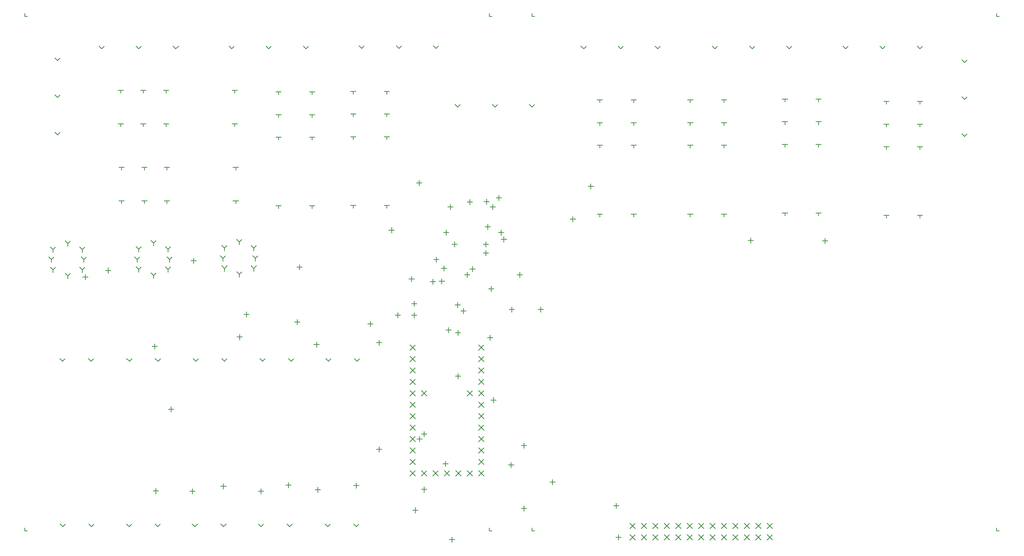
<source format=gbr>
G04 DipTrace 2.2.9.0 beta*
%INThrough.gbr*%
%MOIN*%
G04 Drill Symbols*
G04 D=0.0276 - Cross*
G04 D=0.0354 - X*
G04 D=0.0394 - Y*
G04 D=0.0512 - T*
G04 D=0.0827 - V*
G04 D=0.09 - Clock*
%ADD10C,0.008*%
%FSLAX44Y44*%
G04*
G70*
G90*
G75*
G01*
X7809Y40051D2*
D10*
X8044Y39816D1*
X8279Y40051D1*
X7809Y43299D2*
X8044Y43064D1*
X8279Y43299D1*
X7809Y46547D2*
X8044Y46312D1*
X8279Y46547D1*
X34022Y20235D2*
X34257Y20000D1*
X34492Y20235D1*
X31522D2*
X31757Y20000D1*
X31992Y20235D1*
X28241D2*
X28476Y20000D1*
X28711Y20235D1*
X25741D2*
X25976Y20000D1*
X26211Y20235D1*
X22427D2*
X22662Y20000D1*
X22897Y20235D1*
X19927D2*
X20162Y20000D1*
X20397Y20235D1*
X16599D2*
X16834Y20000D1*
X17069Y20235D1*
X14099D2*
X14334Y20000D1*
X14569Y20235D1*
X10757D2*
X10992Y20000D1*
X11227Y20235D1*
X8257D2*
X8492Y20000D1*
X8727Y20235D1*
X31442Y5785D2*
X31677Y5550D1*
X31912Y5785D1*
X33942D2*
X34177Y5550D1*
X34412Y5785D1*
X25628D2*
X25863Y5550D1*
X26098Y5785D1*
X28128D2*
X28363Y5550D1*
X28598Y5785D1*
X19831D2*
X20066Y5550D1*
X20301Y5785D1*
X22331D2*
X22566Y5550D1*
X22801Y5785D1*
X14075D2*
X14310Y5550D1*
X14545Y5785D1*
X16575D2*
X16810Y5550D1*
X17045Y5785D1*
X8283D2*
X8518Y5550D1*
X8753Y5785D1*
X10783D2*
X11018Y5550D1*
X11253Y5785D1*
X49315Y42470D2*
X49550Y42235D1*
X49785Y42470D1*
X46067D2*
X46302Y42235D1*
X46537Y42470D1*
X42819D2*
X43054Y42235D1*
X43289Y42470D1*
X9985Y30021D2*
X10220Y29786D1*
X10455Y30021D1*
X10220Y29786D2*
Y29551D1*
X8705Y30552D2*
X8940Y30317D1*
X9175Y30552D1*
X8940Y30317D2*
Y30082D1*
X7425Y30021D2*
X7660Y29786D1*
X7895Y30021D1*
X7660Y29786D2*
Y29551D1*
X7425Y28249D2*
X7660Y28014D1*
X7895Y28249D1*
X7660Y28014D2*
Y27779D1*
X8705Y27718D2*
X8940Y27483D1*
X9175Y27718D1*
X8940Y27483D2*
Y27248D1*
X9985Y28249D2*
X10220Y28014D1*
X10455Y28249D1*
X10220Y28014D2*
Y27779D1*
X10122Y29135D2*
X10357Y28900D1*
X10592Y29135D1*
X10357Y28900D2*
Y28665D1*
X7288Y29135D2*
X7523Y28900D1*
X7758Y29135D1*
X7523Y28900D2*
Y28665D1*
X17485Y30041D2*
X17720Y29806D1*
X17955Y30041D1*
X17720Y29806D2*
Y29571D1*
X16205Y30572D2*
X16440Y30337D1*
X16675Y30572D1*
X16440Y30337D2*
Y30102D1*
X14925Y30041D2*
X15160Y29806D1*
X15395Y30041D1*
X15160Y29806D2*
Y29571D1*
X14925Y28269D2*
X15160Y28034D1*
X15395Y28269D1*
X15160Y28034D2*
Y27799D1*
X16205Y27738D2*
X16440Y27503D1*
X16675Y27738D1*
X16440Y27503D2*
Y27268D1*
X17485Y28269D2*
X17720Y28034D1*
X17955Y28269D1*
X17720Y28034D2*
Y27799D1*
X17622Y29155D2*
X17857Y28920D1*
X18092Y29155D1*
X17857Y28920D2*
Y28685D1*
X14788Y29155D2*
X15023Y28920D1*
X15258Y29155D1*
X15023Y28920D2*
Y28685D1*
X22425Y28359D2*
X22660Y28124D1*
X22895Y28359D1*
X22660Y28124D2*
Y27889D1*
X23705Y27828D2*
X23940Y27593D1*
X24175Y27828D1*
X23940Y27593D2*
Y27358D1*
X24985Y28359D2*
X25220Y28124D1*
X25455Y28359D1*
X25220Y28124D2*
Y27889D1*
X24985Y30131D2*
X25220Y29896D1*
X25455Y30131D1*
X25220Y29896D2*
Y29661D1*
X23705Y30662D2*
X23940Y30427D1*
X24175Y30662D1*
X23940Y30427D2*
Y30192D1*
X22425Y30131D2*
X22660Y29896D1*
X22895Y30131D1*
X22660Y29896D2*
Y29661D1*
X22288Y29245D2*
X22523Y29010D1*
X22758Y29245D1*
X22523Y29010D2*
Y28775D1*
X25122Y29245D2*
X25357Y29010D1*
X25592Y29245D1*
X25357Y29010D2*
Y28775D1*
X23400Y34029D2*
X23870D1*
X23635D2*
Y33794D1*
X23400Y36981D2*
X23870D1*
X23635D2*
Y36746D1*
X17392Y34029D2*
X17862D1*
X17627D2*
Y33794D1*
X15408Y34029D2*
X15878D1*
X15643D2*
Y33794D1*
X13424Y34029D2*
X13894D1*
X13659D2*
Y33794D1*
X17392Y36981D2*
X17862D1*
X17627D2*
Y36746D1*
X15408Y36981D2*
X15878D1*
X15643D2*
Y36746D1*
X13424Y36981D2*
X13894D1*
X13659D2*
Y36746D1*
X38892Y21450D2*
X39362Y20980D1*
Y21450D2*
X38892Y20980D1*
Y20450D2*
X39362Y19980D1*
Y20450D2*
X38892Y19980D1*
Y19450D2*
X39362Y18980D1*
Y19450D2*
X38892Y18980D1*
Y18450D2*
X39362Y17980D1*
Y18450D2*
X38892Y17980D1*
Y17450D2*
X39362Y16980D1*
Y17450D2*
X38892Y16980D1*
Y16450D2*
X39362Y15980D1*
Y16450D2*
X38892Y15980D1*
Y15450D2*
X39362Y14980D1*
Y15450D2*
X38892Y14980D1*
Y14450D2*
X39362Y13980D1*
Y14450D2*
X38892Y13980D1*
Y13450D2*
X39362Y12980D1*
Y13450D2*
X38892Y12980D1*
Y12450D2*
X39362Y11980D1*
Y12450D2*
X38892Y11980D1*
Y11450D2*
X39362Y10980D1*
Y11450D2*
X38892Y10980D1*
Y10450D2*
X39362Y9980D1*
Y10450D2*
X38892Y9980D1*
X39892Y10450D2*
X40362Y9980D1*
Y10450D2*
X39892Y9980D1*
X40892Y10450D2*
X41362Y9980D1*
Y10450D2*
X40892Y9980D1*
X41892Y10450D2*
X42362Y9980D1*
Y10450D2*
X41892Y9980D1*
X42892Y10450D2*
X43362Y9980D1*
Y10450D2*
X42892Y9980D1*
X43892Y10450D2*
X44362Y9980D1*
Y10450D2*
X43892Y9980D1*
X44892Y10450D2*
X45362Y9980D1*
Y10450D2*
X44892Y9980D1*
Y11450D2*
X45362Y10980D1*
Y11450D2*
X44892Y10980D1*
Y12450D2*
X45362Y11980D1*
Y12450D2*
X44892Y11980D1*
Y13450D2*
X45362Y12980D1*
Y13450D2*
X44892Y12980D1*
Y14450D2*
X45362Y13980D1*
Y14450D2*
X44892Y13980D1*
Y15450D2*
X45362Y14980D1*
Y15450D2*
X44892Y14980D1*
Y16450D2*
X45362Y15980D1*
Y16450D2*
X44892Y15980D1*
Y17450D2*
X45362Y16980D1*
Y17450D2*
X44892Y16980D1*
Y18450D2*
X45362Y17980D1*
Y18450D2*
X44892Y17980D1*
Y19450D2*
X45362Y18980D1*
Y19450D2*
X44892Y18980D1*
Y20450D2*
X45362Y19980D1*
Y20450D2*
X44892Y19980D1*
Y21450D2*
X45362Y20980D1*
Y21450D2*
X44892Y20980D1*
X43892Y17450D2*
X44362Y16980D1*
Y17450D2*
X43892Y16980D1*
X39892Y17450D2*
X40362Y16980D1*
Y17450D2*
X39892Y16980D1*
X23321Y40761D2*
X23791D1*
X23556D2*
Y40526D1*
X23321Y43714D2*
X23791D1*
X23556D2*
Y43479D1*
X17313Y40761D2*
X17783D1*
X17548D2*
Y40526D1*
X15329Y40761D2*
X15799D1*
X15564D2*
Y40526D1*
X13345Y40761D2*
X13815D1*
X13580D2*
Y40526D1*
X17313Y43714D2*
X17783D1*
X17548D2*
Y43479D1*
X15329Y43714D2*
X15799D1*
X15564D2*
Y43479D1*
X13345Y43714D2*
X13815D1*
X13580D2*
Y43479D1*
X27140Y33596D2*
X27610D1*
X27375D2*
Y33361D1*
X30093Y33596D2*
X30563D1*
X30328D2*
Y33361D1*
X27140Y39603D2*
X27610D1*
X27375D2*
Y39368D1*
X27140Y41588D2*
X27610D1*
X27375D2*
Y41353D1*
X27140Y43572D2*
X27610D1*
X27375D2*
Y43337D1*
X30093Y39603D2*
X30563D1*
X30328D2*
Y39368D1*
X30093Y41588D2*
X30563D1*
X30328D2*
Y41353D1*
X30093Y43572D2*
X30563D1*
X30328D2*
Y43337D1*
X33675Y33635D2*
X34145D1*
X33910D2*
Y33400D1*
X36628Y33635D2*
X37098D1*
X36863D2*
Y33400D1*
X33675Y39643D2*
X34145D1*
X33910D2*
Y39408D1*
X33675Y41627D2*
X34145D1*
X33910D2*
Y41392D1*
X33675Y43611D2*
X34145D1*
X33910D2*
Y43376D1*
X36628Y39643D2*
X37098D1*
X36863D2*
Y39408D1*
X36628Y41627D2*
X37098D1*
X36863D2*
Y41392D1*
X36628Y43611D2*
X37098D1*
X36863D2*
Y43376D1*
X55252Y32887D2*
X55722D1*
X55487D2*
Y32652D1*
X58204Y32887D2*
X58674D1*
X58439D2*
Y32652D1*
X55252Y38895D2*
X55722D1*
X55487D2*
Y38660D1*
X55252Y40879D2*
X55722D1*
X55487D2*
Y40644D1*
X55252Y42863D2*
X55722D1*
X55487D2*
Y42628D1*
X58204Y38895D2*
X58674D1*
X58439D2*
Y38660D1*
X58204Y40879D2*
X58674D1*
X58439D2*
Y40644D1*
X58204Y42863D2*
X58674D1*
X58439D2*
Y42628D1*
X63165Y32887D2*
X63635D1*
X63400D2*
Y32652D1*
X66118Y32887D2*
X66588D1*
X66353D2*
Y32652D1*
X63165Y38895D2*
X63635D1*
X63400D2*
Y38660D1*
X63165Y40879D2*
X63635D1*
X63400D2*
Y40644D1*
X63165Y42863D2*
X63635D1*
X63400D2*
Y42628D1*
X66118Y38895D2*
X66588D1*
X66353D2*
Y38660D1*
X66118Y40879D2*
X66588D1*
X66353D2*
Y40644D1*
X66118Y42863D2*
X66588D1*
X66353D2*
Y42628D1*
X71433Y32966D2*
X71903D1*
X71668D2*
Y32731D1*
X74385Y32966D2*
X74855D1*
X74620D2*
Y32731D1*
X71433Y38973D2*
X71903D1*
X71668D2*
Y38738D1*
X71433Y40958D2*
X71903D1*
X71668D2*
Y40723D1*
X71433Y42942D2*
X71903D1*
X71668D2*
Y42707D1*
X74385Y38973D2*
X74855D1*
X74620D2*
Y38738D1*
X74385Y40958D2*
X74855D1*
X74620D2*
Y40723D1*
X74385Y42942D2*
X74855D1*
X74620D2*
Y42707D1*
X80305Y32761D2*
X80775D1*
X80540D2*
Y32526D1*
X83258Y32761D2*
X83728D1*
X83493D2*
Y32526D1*
X80305Y38769D2*
X80775D1*
X80540D2*
Y38534D1*
X80305Y40753D2*
X80775D1*
X80540D2*
Y40518D1*
X80305Y42737D2*
X80775D1*
X80540D2*
Y42502D1*
X83258Y38769D2*
X83728D1*
X83493D2*
Y38534D1*
X83258Y40753D2*
X83728D1*
X83493D2*
Y40518D1*
X83258Y42737D2*
X83728D1*
X83493D2*
Y42502D1*
X58105Y5831D2*
X58575Y5361D1*
Y5831D2*
X58105Y5361D1*
X59105Y5831D2*
X59575Y5361D1*
Y5831D2*
X59105Y5361D1*
X60105Y5831D2*
X60575Y5361D1*
Y5831D2*
X60105Y5361D1*
X61105Y5831D2*
X61575Y5361D1*
Y5831D2*
X61105Y5361D1*
X62105Y5831D2*
X62575Y5361D1*
Y5831D2*
X62105Y5361D1*
X63105Y5831D2*
X63575Y5361D1*
Y5831D2*
X63105Y5361D1*
X64105Y5831D2*
X64575Y5361D1*
Y5831D2*
X64105Y5361D1*
X65105Y5831D2*
X65575Y5361D1*
Y5831D2*
X65105Y5361D1*
X66105Y5831D2*
X66575Y5361D1*
Y5831D2*
X66105Y5361D1*
X67105Y5831D2*
X67575Y5361D1*
Y5831D2*
X67105Y5361D1*
X68105Y5831D2*
X68575Y5361D1*
Y5831D2*
X68105Y5361D1*
X69105Y5831D2*
X69575Y5361D1*
Y5831D2*
X69105Y5361D1*
X70105Y5831D2*
X70575Y5361D1*
Y5831D2*
X70105Y5361D1*
Y4831D2*
X70575Y4361D1*
Y4831D2*
X70105Y4361D1*
X69105Y4831D2*
X69575Y4361D1*
Y4831D2*
X69105Y4361D1*
X68105Y4831D2*
X68575Y4361D1*
Y4831D2*
X68105Y4361D1*
X67105Y4831D2*
X67575Y4361D1*
Y4831D2*
X67105Y4361D1*
X66105Y4831D2*
X66575Y4361D1*
Y4831D2*
X66105Y4361D1*
X65105Y4831D2*
X65575Y4361D1*
Y4831D2*
X65105Y4361D1*
X64105Y4831D2*
X64575Y4361D1*
Y4831D2*
X64105Y4361D1*
X63105Y4831D2*
X63575Y4361D1*
Y4831D2*
X63105Y4361D1*
X62105Y4831D2*
X62575Y4361D1*
Y4831D2*
X62105Y4361D1*
X61105Y4831D2*
X61575Y4361D1*
Y4831D2*
X61105Y4361D1*
X60105Y4831D2*
X60575Y4361D1*
Y4831D2*
X60105Y4361D1*
X59105Y4831D2*
X59575Y4361D1*
Y4831D2*
X59105Y4361D1*
X58105Y4831D2*
X58575Y4361D1*
Y4831D2*
X58105Y4361D1*
X11668Y47571D2*
X11903Y47336D1*
X12138Y47571D1*
X14916D2*
X15151Y47336D1*
X15386Y47571D1*
X18164D2*
X18399Y47336D1*
X18634Y47571D1*
X23046D2*
X23281Y47336D1*
X23516Y47571D1*
X26294D2*
X26529Y47336D1*
X26764Y47571D1*
X29542D2*
X29777Y47336D1*
X30012Y47571D1*
X34424Y47610D2*
X34659Y47375D1*
X34894Y47610D1*
X37672D2*
X37907Y47375D1*
X38142Y47610D1*
X40920D2*
X41155Y47375D1*
X41390Y47610D1*
X53833Y47571D2*
X54068Y47336D1*
X54303Y47571D1*
X57081D2*
X57316Y47336D1*
X57551Y47571D1*
X60329D2*
X60564Y47336D1*
X60799Y47571D1*
X65329D2*
X65564Y47336D1*
X65799Y47571D1*
X68577D2*
X68812Y47336D1*
X69047Y47571D1*
X71825D2*
X72060Y47336D1*
X72295Y47571D1*
X76746D2*
X76981Y47336D1*
X77216Y47571D1*
X79994D2*
X80229Y47336D1*
X80464Y47571D1*
X83242D2*
X83477Y47336D1*
X83712Y47571D1*
X87140Y46390D2*
X87375Y46155D1*
X87610Y46390D1*
X87140Y43142D2*
X87375Y42907D1*
X87610Y43142D1*
X87140Y39894D2*
X87375Y39659D1*
X87610Y39894D1*
X12488Y28192D2*
Y27722D1*
X12253Y27957D2*
X12723D1*
X42245Y22979D2*
Y22509D1*
X42010Y22744D2*
X42480D1*
X45875Y22296D2*
Y21826D1*
X45640Y22061D2*
X46110D1*
X57119Y4831D2*
Y4361D1*
X56884Y4596D2*
X57354D1*
X25863Y8870D2*
Y8400D1*
X25628Y8635D2*
X26098D1*
X47733Y11185D2*
Y10715D1*
X47498Y10950D2*
X47968D1*
X30831Y9008D2*
Y8538D1*
X30596Y8773D2*
X31066D1*
X35407Y23511D2*
Y23041D1*
X35172Y23276D2*
X35642D1*
X23980Y22361D2*
Y21891D1*
X23745Y22126D2*
X24215D1*
X39363Y7226D2*
Y6756D1*
X39128Y6991D2*
X39598D1*
X40131Y9027D2*
Y8557D1*
X39896Y8792D2*
X40366D1*
X19855Y8870D2*
Y8400D1*
X19620Y8635D2*
X20090D1*
X29027Y23662D2*
Y23192D1*
X28792Y23427D2*
X29262D1*
X19949Y29053D2*
Y28583D1*
X19714Y28818D2*
X20184D1*
X46197Y16859D2*
Y16389D1*
X45962Y16624D2*
X46432D1*
X17976Y16037D2*
Y15567D1*
X17741Y15802D2*
X18211D1*
X16563Y21554D2*
Y21084D1*
X16328Y21319D2*
X16798D1*
X41970Y11277D2*
Y10807D1*
X41735Y11042D2*
X42205D1*
X42540Y4643D2*
Y4173D1*
X42305Y4408D2*
X42775D1*
X43556Y24657D2*
Y24187D1*
X43321Y24422D2*
X43791D1*
X37827Y24288D2*
Y23818D1*
X37592Y24053D2*
X38062D1*
X42402Y33754D2*
Y33284D1*
X42167Y33519D2*
X42637D1*
X46116Y33754D2*
Y33284D1*
X45881Y33519D2*
X46351D1*
X29226Y28464D2*
Y27994D1*
X28991Y28229D2*
X29461D1*
X24571Y24355D2*
Y23885D1*
X24336Y24120D2*
X24806D1*
X36175Y21869D2*
Y21399D1*
X35940Y21634D2*
X36410D1*
X36194Y12531D2*
Y12061D1*
X35959Y12296D2*
X36429D1*
X43078Y18943D2*
Y18473D1*
X42843Y18708D2*
X43313D1*
X50328Y24775D2*
Y24305D1*
X50093Y24540D2*
X50563D1*
X43044Y25169D2*
Y24699D1*
X42809Y24934D2*
X43279D1*
X44359Y28310D2*
Y27840D1*
X44124Y28075D2*
X44594D1*
X41848Y28366D2*
Y27896D1*
X41613Y28131D2*
X42083D1*
X39698Y35833D2*
Y35363D1*
X39463Y35598D2*
X39933D1*
X43078Y22743D2*
Y22273D1*
X42843Y22508D2*
X43313D1*
X56903Y7624D2*
Y7154D1*
X56668Y7389D2*
X57138D1*
X44107Y34185D2*
Y33715D1*
X43872Y33950D2*
X44342D1*
X45570Y34200D2*
Y33730D1*
X45335Y33965D2*
X45805D1*
X37267Y31726D2*
Y31256D1*
X37032Y31491D2*
X37502D1*
X42060Y31508D2*
Y31038D1*
X41825Y31273D2*
X42295D1*
X46863Y31508D2*
Y31038D1*
X46628Y31273D2*
X47098D1*
X16662Y8893D2*
Y8423D1*
X16427Y8658D2*
X16897D1*
X42769Y30484D2*
Y30014D1*
X42534Y30249D2*
X43004D1*
X45525Y30484D2*
Y30014D1*
X45290Y30249D2*
X45760D1*
X41188Y29134D2*
Y28664D1*
X40953Y28899D2*
X41423D1*
X54699Y35537D2*
Y35067D1*
X54464Y35302D2*
X54934D1*
X75191Y30783D2*
Y30313D1*
X74956Y30548D2*
X75426D1*
X39028Y27448D2*
Y26978D1*
X38793Y27213D2*
X39263D1*
X53132Y32664D2*
Y32194D1*
X52897Y32429D2*
X53367D1*
X39265Y24264D2*
Y23794D1*
X39030Y24029D2*
X39500D1*
X39265Y25287D2*
Y24817D1*
X39030Y25052D2*
X39500D1*
X45985Y26577D2*
Y26107D1*
X45750Y26342D2*
X46220D1*
X30701Y21711D2*
Y21241D1*
X30466Y21476D2*
X30936D1*
X34177Y9372D2*
Y8902D1*
X33942Y9137D2*
X34412D1*
X28240Y9421D2*
Y8951D1*
X28005Y9186D2*
X28475D1*
X22566Y9303D2*
Y8833D1*
X22331Y9068D2*
X22801D1*
X10498Y27602D2*
Y27132D1*
X10263Y27367D2*
X10733D1*
X48850Y7378D2*
Y6908D1*
X48615Y7143D2*
X49085D1*
X48850Y12863D2*
Y12393D1*
X48615Y12628D2*
X49085D1*
X39717Y13450D2*
Y12980D1*
X39482Y13215D2*
X39952D1*
X46645Y34535D2*
Y34065D1*
X46410Y34300D2*
X46880D1*
X45682Y32019D2*
Y31549D1*
X45447Y31784D2*
X45917D1*
X47099Y30917D2*
Y30447D1*
X46864Y30682D2*
X47334D1*
X45521Y29705D2*
Y29235D1*
X45286Y29470D2*
X45756D1*
X43895Y27821D2*
Y27351D1*
X43660Y27586D2*
X44130D1*
X41666Y27256D2*
Y26786D1*
X41431Y27021D2*
X41901D1*
X40127Y13863D2*
Y13393D1*
X39892Y13628D2*
X40362D1*
X48477Y27807D2*
Y27337D1*
X48242Y27572D2*
X48712D1*
X51344Y9674D2*
Y9204D1*
X51109Y9439D2*
X51579D1*
X68698Y30821D2*
Y30351D1*
X68463Y30586D2*
X68933D1*
X40879Y27216D2*
Y26746D1*
X40644Y26981D2*
X41114D1*
X47769Y24775D2*
Y24305D1*
X47534Y24540D2*
X48004D1*
X5190Y5425D2*
Y5190D1*
X5425D1*
X49565Y50425D2*
Y50190D1*
X49800D1*
X49565Y5425D2*
Y5190D1*
X49800D1*
X90190Y5425D2*
Y5190D1*
X90425D1*
X90190Y50425D2*
Y50190D1*
X90425D1*
X45815Y5425D2*
Y5190D1*
X46050D1*
X45815Y50425D2*
Y50190D1*
X46050D1*
X5190Y50425D2*
Y50190D1*
X5425D1*
M02*

</source>
